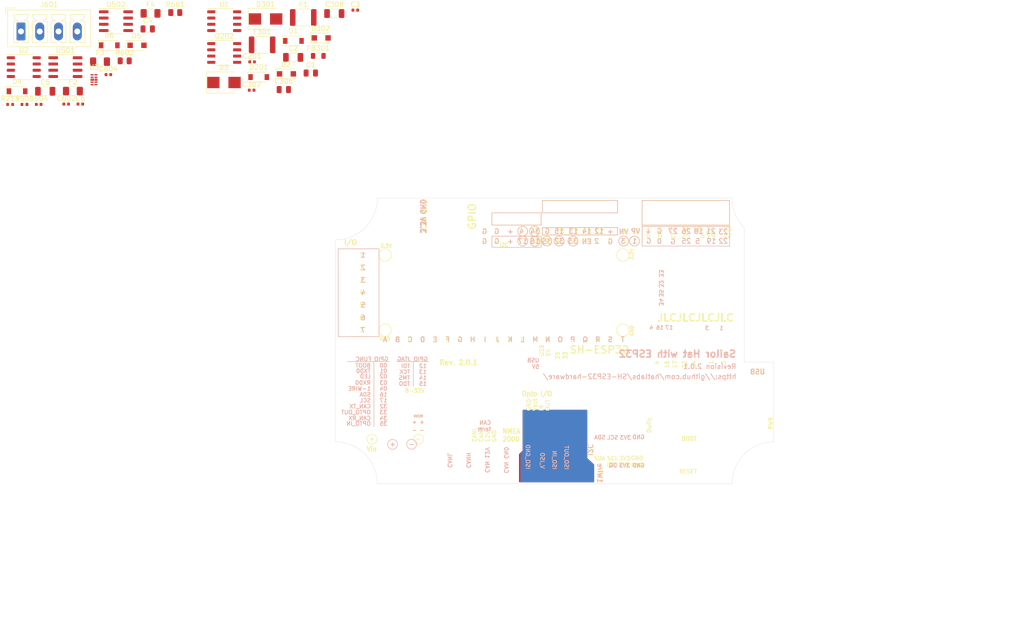
<source format=kicad_pcb>
(kicad_pcb (version 20211014) (generator pcbnew)
  (title_block (title "Sailor Hat with ESP32") (date "2021-02-18") (rev "0.3.1") (company "Hat Labs Ltd") (comment 1 "https://creativecommons.org/licenses/by-sa/4.0") (comment 2 "To view a copy of this license, visit ") (comment 3 "SH-ESP32 is licensed under CC BY-SA 4.0."))
  (layers (0 "F.Cu" signal) (1 "In1.Cu" power) (2 "In2.Cu" power) (31 "B.Cu" signal) (34 "B.Paste" user) (35 "F.Paste" user) (36 "B.SilkS" user "B.Silkscreen") (37 "F.SilkS" user "F.Silkscreen") (38 "B.Mask" user) (39 "F.Mask" user) (44 "Edge.Cuts" user))
  (net 0 "")
  (net 1 "GND")
  (net 2 "/+5V")
  (net 3 "/+3.3V")
  (net 4 "/canbus/CAN_VIN_PROTECTED")
  (net 5 "/canbus/CAN_3V3")
  (net 6 "/power/VIN_PROTECTED")
  (net 7 "Net-(D1-Pad1)")
  (net 8 "Net-(U1-Pad2)")
  (net 9 "Net-(D3-Pad1)")
  (net 10 "Net-(D4-Pad1)")
  (net 11 "/canbus/CAN_VIN")
  (net 12 "Net-(D5-Pad1)")
  (net 13 "Net-(JP2-Pad1)")
  (net 14 "/power/SW")
  (net 15 "Net-(F2-Pad1)")
  (net 16 "Net-(F3-Pad1)")
  (net 17 "/canbus/CAN_H")
  (net 18 "Net-(F4-Pad1)")
  (net 19 "/canbus/CAN_L")
  (net 20 "/VIN")
  (net 23 "/canbus/CAN_L_PROTECTED")
  (net 24 "/canbus/CAN_H_PROTECTED")
  (net 25 "/canbus/D")
  (net 26 "Net-(F301-Pad1)")
  (net 27 "/canbus/R")
  (net 28 "/CAN_RX")
  (net 29 "/CAN_TX")
  (net 30 "Net-(JP601-Pad1)")
  (net 31 "Net-(R503-Pad1)")
  (footprint "Diode_SMD:D_SOD-123" (layer "F.Cu") (at 24.37 35.33)
    (fp_text reference "D4" (at 0 -2) (layer "F.SilkS"))
    (fp_text value "B5819W")
    (pad "1" smd rect (at -1.65 0) (size 0.9 1.2) (layers "F.Cu" "F.Paste" "F.Mask") (net 10 "Net-(D4-Pad1)"))
    (pad "2" smd rect (at 1.65 0) (size 0.9 1.2) (layers "F.Cu" "F.Paste" "F.Mask") (net 11 "/canbus/CAN_VIN"))
  )
  (footprint "Inductor_SMD:L_0805_2012Metric" (layer "F.Cu") (at 85.51 28.15)
    (fp_text reference "FB301" (at 0 -1.55) (layer "F.SilkS"))
    (fp_text value "GZ2012D601TF")
    (pad "1" smd roundrect (at -1.0625 0) (size 0.875 1.2) (layers "F.Cu" "F.Paste" "F.Mask") (net 6 "/power/VIN_PROTECTED"))
    (pad "2" smd roundrect (at 1.0625 0) (size 0.875 1.2) (layers "F.Cu" "F.Paste" "F.Mask") (net 7 "Net-(D1-Pad1)"))
  )
  (footprint "Diode_SMD:D_SOD-123" (layer "F.Cu") (at 73.41 32.45)
    (fp_text reference "D201" (at 0 -2) (layer "F.SilkS"))
    (fp_text value "B5819W")
    (pad "1" smd rect (at -1.65 0) (size 0.9 1.2) (layers "F.Cu" "F.Paste" "F.Mask") (net 2 "/+5V"))
    (pad "2" smd rect (at 1.65 0) (size 0.9 1.2) (layers "F.Cu" "F.Paste" "F.Mask") (net 9 "Net-(D3-Pad1)"))
  )
  (footprint "Fuse:Fuse_1206_3216Metric" (layer "F.Cu") (at 41.2 29.32)
    (fp_text reference "F3" (at 0 -1.82) (layer "F.SilkS"))
    (fp_text value "ASMD1206-050")
    (pad "1" smd roundrect (at -1.4 0) (size 1.25 1.75) (layers "F.Cu" "F.Paste" "F.Mask") (roundrect_rratio 0.2) (net 16 "Net-(F3-Pad1)"))
    (pad "2" smd roundrect (at 1.4 0) (size 1.25 1.75) (layers "F.Cu" "F.Paste" "F.Mask") (roundrect_rratio 0.2) (net 17 "/canbus/CAN_H"))
  )
  (footprint "Package_SO:SOIC-8_3.9x4.9mm_P1.27mm" (layer "F.Cu") (at 44.43 21.1)
    (fp_text reference "U502" (at 0 -3.4) (layer "F.SilkS"))
    (fp_text value "ADuM1201AR")
    (pad "1" smd roundrect (at -2.475 -1.905) (size 1.95 0.6) (layers "F.Cu" "F.Paste" "F.Mask") (net 5 "/canbus/CAN_3V3"))
    (pad "2" smd roundrect (at -2.475 -0.635) (size 1.95 0.6) (layers "F.Cu" "F.Paste" "F.Mask") (net 25 "/canbus/D"))
    (pad "3" smd roundrect (at -2.475 0.635) (size 1.95 0.6) (layers "F.Cu" "F.Paste" "F.Mask") (net 27 "/canbus/R"))
    (pad "4" smd roundrect (at -2.475 1.905) (size 1.95 0.6) (layers "F.Cu" "F.Paste" "F.Mask") (net 1 "GND"))
    (pad "5" smd roundrect (at 2.475 1.905) (size 1.95 0.6) (layers "F.Cu" "F.Paste" "F.Mask") (net 1 "GND"))
    (pad "6" smd roundrect (at 2.475 0.635) (size 1.95 0.6) (layers "F.Cu" "F.Paste" "F.Mask") (net 28 "/CAN_RX"))
    (pad "7" smd roundrect (at 2.475 -0.635) (size 1.95 0.6) (layers "F.Cu" "F.Paste" "F.Mask") (net 29 "/CAN_TX"))
    (pad "8" smd roundrect (at 2.475 -1.905) (size 1.95 0.6) (layers "F.Cu" "F.Paste" "F.Mask") (net 3 "/+3.3V"))
  )
  (footprint "Fuse:Fuse_1812_4532Metric" (layer "F.Cu") (at 82.46 20.35)
    (fp_text reference "F1" (at 0 -2.65) (layer "F.SilkS"))
    (fp_text value "mSMD050-60V")
    (pad "1" smd roundrect (at -2.1375 0) (size 1.125 3.4) (layers "F.Cu" "F.Paste" "F.Mask") (roundrect_rratio 0.222222) (net 9 "Net-(D3-Pad1)"))
    (pad "2" smd roundrect (at 2.1375 0) (size 1.125 3.4) (layers "F.Cu" "F.Paste" "F.Mask") (roundrect_rratio 0.222222) (net 2 "/+5V"))
  )
  (footprint "Capacitor_SMD:C_1206_3216Metric" (layer "F.Cu") (at 80.41 28.45)
    (fp_text reference "C2" (at 0 -1.85) (layer "F.SilkS"))
    (fp_text value "4.7uF/50V")
    (pad "1" smd roundrect (at -1.475 0) (size 1.15 1.8) (layers "F.Cu" "F.Paste" "F.Mask") (roundrect_rratio 0.217391) (net 2 "/+5V"))
    (pad "2" smd roundrect (at 1.475 0) (size 1.15 1.8) (layers "F.Cu" "F.Paste" "F.Mask") (roundrect_rratio 0.217391) (net 1 "GND"))
  )
  (footprint "Resistor_SMD:R_0402_1005Metric" (layer "F.Cu") (at 22.95 38)
    (fp_text reference "R213" (at 0 -1.17) (layer "F.SilkS"))
    (fp_text value "10k")
    (pad "1" smd roundrect (at -0.51 0) (size 0.54 0.64) (layers "F.Cu" "F.Paste" "F.Mask") (net 3 "/+3.3V"))
    (pad "2" smd roundrect (at 0.51 0) (size 0.54 0.64) (layers "F.Cu" "F.Paste" "F.Mask") (net 29 "/CAN_TX"))
  )
  (footprint "Package_DFN_QFN:Diodes_UDFN-10_1.0x2.5mm_P0.5mm" (layer "F.Cu") (at 39.98 32.99)
    (fp_text reference "U3" (at 0 -2.54) (layer "F.SilkS"))
    (fp_text value "RCLAMP0524P-N")
    (pad "1" smd rect (at -0.3875 -1 270) (size 0.25 0.625) (layers "F.Cu" "F.Paste" "F.Mask") (net 15 "Net-(F2-Pad1)"))
    (pad "2" smd rect (at -0.3875 -0.5 270) (size 0.25 0.625) (layers "F.Cu" "F.Paste" "F.Mask") (net 16 "Net-(F3-Pad1)"))
    (pad "3" smd rect (at -0.35 0 270) (size 0.45 0.7) (layers "F.Cu" "F.Paste" "F.Mask") (net 1 "GND"))
    (pad "4" smd rect (at -0.3875 0.5 270) (size 0.25 0.625) (layers "F.Cu" "F.Paste" "F.Mask") (net 18 "Net-(F4-Pad1)"))
    (pad "5" smd rect (at -0.3875 1 270) (size 0.25 0.625) (layers "F.Cu" "F.Paste" "F.Mask"))
    (pad "6" smd rect (at 0.3875 1 270) (size 0.25 0.625) (layers "F.Cu" "F.Paste" "F.Mask"))
    (pad "7" smd rect (at 0.3875 0.5 270) (size 0.25 0.625) (layers "F.Cu" "F.Paste" "F.Mask") (net 23 "/canbus/CAN_L_PROTECTED"))
    (pad "8" smd rect (at 0.4125 0 270) (size 0.45 0.575) (layers "F.Cu" "F.Paste" "F.Mask") (net 1 "GND"))
    (pad "9" smd rect (at 0.3875 -0.5 270) (size 0.25 0.625) (layers "F.Cu" "F.Paste" "F.Mask") (net 24 "/canbus/CAN_H_PROTECTED"))
    (pad "10" smd rect (at 0.3875 -1 270) (size 0.25 0.625) (layers "F.Cu" "F.Paste" "F.Mask") (net 4 "/canbus/CAN_VIN_PROTECTED"))
  )
  (footprint "Package_SO:SOP-8_3.9x4.9mm_P1.27mm" (layer "F.Cu") (at 25.72 30.43)
    (fp_text reference "U2" (at 0 -3.4) (layer "F.SilkS"))
    (fp_text value "XL1509-3.3")
    (pad "1" smd roundrect (at -2.625 -1.905) (size 1.65 0.6) (layers "F.Cu" "F.Paste" "F.Mask") (net 4 "/canbus/CAN_VIN_PROTECTED"))
    (pad "2" smd roundrect (at -2.625 -0.635) (size 1.65 0.6) (layers "F.Cu" "F.Paste" "F.Mask") (net 12 "Net-(D5-Pad1)"))
    (pad "3" smd roundrect (at -2.625 0.635) (size 1.65 0.6) (layers "F.Cu" "F.Paste" "F.Mask") (net 5 "/canbus/CAN_3V3"))
    (pad "4" smd roundrect (at -2.625 1.905) (size 1.65 0.6) (layers "F.Cu" "F.Paste" "F.Mask") (net 1 "GND"))
    (pad "5" smd roundrect (at 2.625 1.905) (size 1.65 0.6) (layers "F.Cu" "F.Paste" "F.Mask") (net 1 "GND"))
    (pad "6" smd roundrect (at 2.625 0.635) (size 1.65 0.6) (layers "F.Cu" "F.Paste" "F.Mask") (net 1 "GND"))
    (pad "7" smd roundrect (at 2.625 -0.635) (size 1.65 0.6) (layers "F.Cu" "F.Paste" "F.Mask") (net 1 "GND"))
    (pad "8" smd roundrect (at 2.625 -1.905) (size 1.65 0.6) (layers "F.Cu" "F.Paste" "F.Mask") (net 1 "GND"))
  )
  (footprint "Diode_SMD:D_SOD-123" (layer "F.Cu") (at 80.46 25.1)
    (fp_text reference "D1" (at 0 -2) (layer "F.SilkS"))
    (fp_text value "B5819W")
    (pad "1" smd rect (at -1.65 0) (size 0.9 1.2) (layers "F.Cu" "F.Paste" "F.Mask") (net 7 "Net-(D1-Pad1)"))
    (pad "2" smd rect (at 1.65 0) (size 0.9 1.2) (layers "F.Cu" "F.Paste" "F.Mask") (net 26 "Net-(F301-Pad1)"))
  )
  (footprint "Capacitor_SMD:C_0805_2012Metric" (layer "F.Cu") (at 78.51 34.98)
    (fp_text reference "C306" (at 0 -1.68) (layer "F.SilkS"))
    (fp_text value "470uF/50V")
    (pad "1" smd roundrect (at -0.95 0) (size 1 1.45) (layers "F.Cu" "F.Paste" "F.Mask") (net 1 "GND"))
    (pad "2" smd roundrect (at 0.95 0) (size 1 1.45) (layers "F.Cu" "F.Paste" "F.Mask") (net 6 "/power/VIN_PROTECTED"))
  )
  (footprint "Diode_SMD:D_SMB" (layer "F.Cu") (at 74.81 20.65)
    (fp_text reference "D301" (at 0 -3) (layer "F.SilkS"))
    (fp_text value "SMBJ33CA")
    (pad "1" smd rect (at -2.15 0) (size 2.5 2.3) (layers "F.Cu" "F.Paste" "F.Mask") (net 26 "Net-(F301-Pad1)"))
    (pad "2" smd rect (at 2.15 0) (size 2.5 2.3) (layers "F.Cu" "F.Paste" "F.Mask") (net 1 "GND"))
  )
  (footprint "Capacitor_SMD:C_0402_1005Metric" (layer "F.Cu") (at 42.89 31.95)
    (fp_text reference "C604" (at 0 -1.16) (layer "F.SilkS"))
    (fp_text value "100nF")
    (pad "1" smd roundrect (at -0.48 0) (size 0.56 0.62) (layers "F.Cu" "F.Paste" "F.Mask") (net 3 "/+3.3V"))
    (pad "2" smd roundrect (at 0.48 0) (size 0.56 0.62) (layers "F.Cu" "F.Paste" "F.Mask") (net 1 "GND"))
  )
  (footprint "Capacitor_SMD:C_0402_1005Metric" (layer "F.Cu") (at 34.33 37.93)
    (fp_text reference "C602" (at 0 -1.16) (layer "F.SilkS"))
    (fp_text value "100nF")
    (pad "1" smd roundrect (at -0.48 0) (size 0.56 0.62) (layers "F.Cu" "F.Paste" "F.Mask") (net 5 "/canbus/CAN_3V3"))
    (pad "2" smd roundrect (at 0.48 0) (size 0.56 0.62) (layers "F.Cu" "F.Paste" "F.Mask") (net 1 "GND"))
  )
  (footprint "Capacitor_SMD:C_0402_1005Metric" (layer "F.Cu") (at 93.02 18.86)
    (fp_text reference "C3" (at 0 -1.16) (layer "F.SilkS"))
    (fp_text value "330uF")
    (pad "1" smd roundrect (at -0.48 0) (size 0.56 0.62) (layers "F.Cu" "F.Paste" "F.Mask") (net 3 "/+3.3V"))
    (pad "2" smd roundrect (at 0.48 0) (size 0.56 0.62) (layers "F.Cu" "F.Paste" "F.Mask") (net 1 "GND"))
  )
  (footprint "Resistor_SMD:R_0805_2012Metric" (layer "F.Cu") (at 56.47 19.35)
    (fp_text reference "R601" (at 0 -1.65) (layer "F.SilkS"))
    (fp_text value "240R")
    (pad "1" smd roundrect (at -0.9125 0) (size 1.025 1.4) (layers "F.Cu" "F.Paste" "F.Mask") (roundrect_rratio 0.243902) (net 30 "Net-(JP601-Pad1)"))
    (pad "2" smd roundrect (at 0.9125 0) (size 1.025 1.4) (layers "F.Cu" "F.Paste" "F.Mask") (roundrect_rratio 0.243902) (net 19 "/canbus/CAN_L"))
  )
  (footprint "Capacitor_SMD:C_0402_1005Metric" (layer "F.Cu") (at 72.07 29.36)
    (fp_text reference "C201" (at 0 -1.16) (layer "F.SilkS"))
    (fp_text value "180uF")
    (pad "1" smd roundrect (at -0.48 0) (size 0.56 0.62) (layers "F.Cu" "F.Paste" "F.Mask") (net 2 "/+5V"))
    (pad "2" smd roundrect (at 0.48 0) (size 0.56 0.62) (layers "F.Cu" "F.Paste" "F.Mask") (net 1 "GND"))
  )
  (footprint "Capacitor_SMD:C_0402_1005Metric" (layer "F.Cu") (at 28.75 37.99)
    (fp_text reference "C504" (at 0 -1.16) (layer "F.SilkS"))
    (fp_text value "100nF")
    (pad "1" smd roundrect (at -0.48 0) (size 0.56 0.62) (layers "F.Cu" "F.Paste" "F.Mask") (net 5 "/canbus/CAN_3V3"))
    (pad "2" smd roundrect (at 0.48 0) (size 0.56 0.62) (layers "F.Cu" "F.Paste" "F.Mask") (net 1 "GND"))
  )
  (footprint "Capacitor_SMD:C_0805_2012Metric" (layer "F.Cu") (at 50.88 22.67)
    (fp_text reference "C4" (at 0 -1.68) (layer "F.SilkS"))
    (fp_text value "470uF/50V")
    (pad "1" smd roundrect (at -0.95 0) (size 1 1.45) (layers "F.Cu" "F.Paste" "F.Mask") (net 1 "GND"))
    (pad "2" smd roundrect (at 0.95 0) (size 1 1.45) (layers "F.Cu" "F.Paste" "F.Mask") (net 4 "/canbus/CAN_VIN_PROTECTED"))
  )
  (footprint "Capacitor_SMD:C_1206_3216Metric" (layer "F.Cu") (at 30.07 35.33)
    (fp_text reference "C5" (at 0 -1.85) (layer "F.SilkS"))
    (fp_text value "4.7uF/50V")
    (pad "1" smd roundrect (at -1.475 0) (size 1.15 1.8) (layers "F.Cu" "F.Paste" "F.Mask") (roundrect_rratio 0.217391) (net 4 "/canbus/CAN_VIN_PROTECTED"))
    (pad "2" smd roundrect (at 1.475 0) (size 1.15 1.8) (layers "F.Cu" "F.Paste" "F.Mask") (roundrect_rratio 0.217391) (net 1 "GND"))
  )
  (footprint "Capacitor_SMD:C_0402_1005Metric" (layer "F.Cu") (at 37.2 37.93)
    (fp_text reference "C6" (at 0 -1.16) (layer "F.SilkS"))
    (fp_text value "330uF")
    (pad "1" smd roundrect (at -0.48 0) (size 0.56 0.62) (layers "F.Cu" "F.Paste" "F.Mask") (net 5 "/canbus/CAN_3V3"))
    (pad "2" smd roundrect (at 0.48 0) (size 0.56 0.62) (layers "F.Cu" "F.Paste" "F.Mask") (net 1 "GND"))
  )
  (footprint "Fuse:Fuse_1812_4532Metric" (layer "F.Cu") (at 74.11 25.9)
    (fp_text reference "F301" (at 0 -2.65) (layer "F.SilkS"))
    (fp_text value "mSMD050-60V")
    (pad "1" smd roundrect (at -2.1375 0) (size 1.125 3.4) (layers "F.Cu" "F.Paste" "F.Mask") (roundrect_rratio 0.222222) (net 26 "Net-(F301-Pad1)"))
    (pad "2" smd roundrect (at 2.1375 0) (size 1.125 3.4) (layers "F.Cu" "F.Paste" "F.Mask") (roundrect_rratio 0.222222) (net 20 "/VIN"))
  )
  (footprint "Fuse:Fuse_1206_3216Metric" (layer "F.Cu") (at 35.7 35.3)
    (fp_text reference "F2" (at 0 -1.82) (layer "F.SilkS"))
    (fp_text value "ASMD1206-050")
    (pad "1" smd roundrect (at -1.4 0) (size 1.25 1.75) (layers "F.Cu" "F.Paste" "F.Mask") (roundrect_rratio 0.2) (net 15 "Net-(F2-Pad1)"))
    (pad "2" smd roundrect (at 1.4 0) (size 1.25 1.75) (layers "F.Cu" "F.Paste" "F.Mask") (roundrect_rratio 0.2) (net 10 "Net-(D4-Pad1)"))
  )
  (footprint "Package_SO:SOIC-8_3.9x4.9mm_P1.27mm" (layer "F.Cu") (at 34.17 30.43)
    (fp_text reference "U501" (at 0 -3.4) (layer "F.SilkS"))
    (fp_text value "SN65HVD230DR")
    (pad "1" smd roundrect (at -2.475 -1.905) (size 1.95 0.6) (layers "F.Cu" "F.Paste" "F.Mask") (net 25 "/canbus/D"))
    (pad "2" smd roundrect (at -2.475 -0.635) (size 1.95 0.6) (layers "F.Cu" "F.Paste" "F.Mask") (net 1 "GND"))
    (pad "3" smd roundrect (at -2.475 0.635) (size 1.95 0.6) (layers "F.Cu" "F.Paste" "F.Mask") (net 5 "/canbus/CAN_3V3"))
    (pad "4" smd roundrect (at -2.475 1.905) (size 1.95 0.6) (layers "F.Cu" "F.Paste" "F.Mask") (net 27 "/canbus/R"))
    (pad "5" smd roundrect (at 2.475 1.905) (size 1.95 0.6) (layers "F.Cu" "F.Paste" "F.Mask"))
    (pad "6" smd roundrect (at 2.475 0.635) (size 1.95 0.6) (layers "F.Cu" "F.Paste" "F.Mask") (net 23 "/canbus/CAN_L_PROTECTED"))
    (pad "7" smd roundrect (at 2.475 -0.635) (size 1.95 0.6) (layers "F.Cu" "F.Paste" "F.Mask") (net 24 "/canbus/CAN_H_PROTECTED"))
    (pad "8" smd roundrect (at 2.475 -1.905) (size 1.95 0.6) (layers "F.Cu" "F.Paste" "F.Mask") (net 31 "Net-(R503-Pad1)"))
  )
  (footprint "Diode_SMD:D_SOD-123" (layer "F.Cu") (at 43.08 26)
    (fp_text reference "D6" (at 0 -2) (layer "F.SilkS"))
    (fp_text value "B5819W")
    (pad "1" smd rect (at -1.65 0) (size 0.9 1.2) (layers "F.Cu" "F.Paste" "F.Mask") (net 13 "Net-(JP2-Pad1)"))
    (pad "2" smd rect (at 1.65 0) (size 0.9 1.2) (layers "F.Cu" "F.Paste" "F.Mask") (net 4 "/canbus/CAN_VIN_PROTECTED"))
  )
  (footprint "Diode_SMD:D_SOD-123F" (layer "F.Cu") (at 86.095 24.5)
    (fp_text reference "D302" (at -0.127 -1.905) (layer "F.SilkS"))
    (fp_text value "SS24FL")
    (pad "1" smd rect (at -1.4 0) (size 1.1 1.1) (layers "F.Cu" "F.Paste" "F.Mask") (net 14 "/power/SW"))
    (pad "2" smd rect (at 1.4 0) (size 1.1 1.1) (layers "F.Cu" "F.Paste" "F.Mask") (net 1 "GND"))
  )
  (footprint "Capacitor_SMD:C_1206_3216Metric" (layer "F.Cu") (at 88.76 19.55)
    (fp_text reference "C308" (at 0 -1.85) (layer "F.SilkS"))
    (fp_text value "4.7uF/50V")
    (pad "1" smd roundrect (at -1.475 0) (size 1.15 1.8) (layers "F.Cu" "F.Paste" "F.Mask") (roundrect_rratio 0.217391) (net 6 "/power/VIN_PROTECTED"))
    (pad "2" smd roundrect (at 1.475 0) (size 1.15 1.8) (layers "F.Cu" "F.Paste" "F.Mask") (roundrect_rratio 0.217391) (net 1 "GND"))
  )
  (footprint "Diode_SMD:D_SOD-123F" (layer "F.Cu") (at 48.715 26)
    (fp_text reference "D5" (at -0.127 -1.905) (layer "F.SilkS"))
    (fp_text value "SS24FL")
    (pad "1" smd rect (at -1.4 0) (size 1.1 1.1) (layers "F.Cu" "F.Paste" "F.Mask") (net 12 "Net-(D5-Pad1)"))
    (pad "2" smd rect (at 1.4 0) (size 1.1 1.1) (layers "F.Cu" "F.Paste" "F.Mask") (net 1 "GND"))
  )
  (footprint "Resistor_SMD:R_0402_1005Metric" (layer "F.Cu") (at 25.86 38)
    (fp_text reference "R503" (at 0 -1.17) (layer "F.SilkS"))
    (fp_text value "10k")
    (pad "1" smd roundrect (at -0.51 0) (size 0.54 0.64) (layers "F.Cu" "F.Paste" "F.Mask") (net 31 "Net-(R503-Pad1)"))
    (pad "2" smd roundrect (at 0.51 0) (size 0.54 0.64) (layers "F.Cu" "F.Paste" "F.Mask") (net 1 "GND"))
  )
  (footprint "Fuse:Fuse_1206_3216Metric" (layer "F.Cu") (at 51.46 19.52)
    (fp_text reference "F4" (at 0 -1.82) (layer "F.SilkS"))
    (fp_text value "ASMD1206-050")
    (pad "1" smd roundrect (at -1.4 0) (size 1.25 1.75) (layers "F.Cu" "F.Paste" "F.Mask") (roundrect_rratio 0.2) (net 18 "Net-(F4-Pad1)"))
    (pad "2" smd roundrect (at 1.4 0) (size 1.25 1.75) (layers "F.Cu" "F.Paste" "F.Mask") (roundrect_rratio 0.2) (net 19 "/canbus/CAN_L"))
  )
  (footprint "Resistor_SMD:R_0805_2012Metric" (layer "F.Cu") (at 46.21 29.15)
    (fp_text reference "R602" (at 0 -1.65) (layer "F.SilkS"))
    (fp_text value "240R")
    (pad "1" smd roundrect (at -0.9125 0) (size 1.025 1.4) (layers "F.Cu" "F.Paste" "F.Mask") (roundrect_rratio 0.243902) (net 30 "Net-(JP601-Pad1)"))
    (pad "2" smd roundrect (at 0.9125 0) (size 1.025 1.4) (layers "F.Cu" "F.Paste" "F.Mask") (roundrect_rratio 0.243902) (net 19 "/canbus/CAN_L"))
  )
  (footprint "Diode_SMD:D_SOD-123F" (layer "F.Cu") (at 79.045 31.8)
    (fp_text reference "D2" (at -0.127 -1.905) (layer "F.SilkS"))
    (fp_text value "SS24FL")
    (pad "1" smd rect (at -1.4 0) (size 1.1 1.1) (layers "F.Cu" "F.Paste" "F.Mask") (net 8 "Net-(U1-Pad2)"))
    (pad "2" smd rect (at 1.4 0) (size 1.1 1.1) (layers "F.Cu" "F.Paste" "F.Mask") (net 1 "GND"))
  )
  (footprint "Connector_Phoenix_MC:PhoenixContact_MCV_1,5_4-G-3.81_1x04_P3.81mm_Vertical" (layer "F.Cu") (at 25.155 23.185)
    (fp_text reference "J601" (at 5.72 -5.45) (layer "F.SilkS"))
    (fp_text value "Conn_01x04")
    (pad "1" thru_hole roundrect (at 0 0) (size 1.8 3.6) (drill 1.2) (layers *.Cu *.Mask) (roundrect_rratio 0.138889) (net 1 "GND"))
    (pad "2" thru_hole oval (at 3.81 0) (size 1.8 3.6) (drill 1.2) (layers *.Cu *.Mask) (net 11 "/canbus/CAN_VIN"))
    (pad "3" thru_hole oval (at 7.62 0) (size 1.8 3.6) (drill 1.2) (layers *.Cu *.Mask) (net 17 "/canbus/CAN_H"))
    (pad "4" thru_hole oval (at 11.43 0) (size 1.8 3.6) (drill 1.2) (layers *.Cu *.Mask) (net 19 "/canbus/CAN_L"))
  )
  (footprint "Package_SO:SOP-8_3.9x4.9mm_P1.27mm" (layer "F.Cu") (at 66.41 27.55)
    (fp_text reference "U202" (at 0 -3.4) (layer "F.SilkS"))
    (fp_text value "XL1509-5")
    (pad "1" smd roundrect (at -2.625 -1.905) (size 1.65 0.6) (layers "F.Cu" "F.Paste" "F.Mask") (net 6 "/power/VIN_PROTECTED"))
    (pad "2" smd roundrect (at -2.625 -0.635) (size 1.65 0.6) (layers "F.Cu" "F.Paste" "F.Mask") (net 14 "/power/SW"))
    (pad "3" smd roundrect (at -2.625 0.635) (size 1.65 0.6) (layers "F.Cu" "F.Paste" "F.Mask") (net 2 "/+5V"))
    (pad "4" smd roundrect (at -2.625 1.905) (size 1.65 0.6) (layers "F.Cu" "F.Paste" "F.Mask") (net 1 "GND"))
    (pad "5" smd roundrect (at 2.625 1.905) (size 1.65 0.6) (layers "F.Cu" "F.Paste" "F.Mask") (net 1 "GND"))
    (pad "6" smd roundrect (at 2.625 0.635) (size 1.65 0.6) (layers "F.Cu" "F.Paste" "F.Mask") (net 1 "GND"))
    (pad "7" smd roundrect (at 2.625 -0.635) (size 1.65 0.6) (layers "F.Cu" "F.Paste" "F.Mask") (net 1 "GND"))
    (pad "8" smd roundrect (at 2.625 -1.905) (size 1.65 0.6) (layers "F.Cu" "F.Paste" "F.Mask") (net 1 "GND"))
  )
  (footprint "Diode_SMD:D_SMB" (layer "F.Cu") (at 66.36 33.55)
    (fp_text reference "D3" (at 0 -3) (layer "F.SilkS"))
    (fp_text value "SMBJ6.0CA")
    (pad "1" smd rect (at -2.15 0) (size 2.5 2.3) (layers "F.Cu" "F.Paste" "F.Mask") (net 9 "Net-(D3-Pad1)"))
    (pad "2" smd rect (at 2.15 0) (size 2.5 2.3) (layers "F.Cu" "F.Paste" "F.Mask") (net 1 "GND"))
  )
  (footprint "Capacitor_SMD:C_0805_2012Metric" (layer "F.Cu") (at 83.99 31.63)
    (fp_text reference "C1" (at 0 -1.68) (layer "F.SilkS"))
    (fp_text value "470uF/50V")
    (pad "1" smd roundrect (at -0.95 0) (size 1 1.45) (layers "F.Cu" "F.Paste" "F.Mask") (net 1 "GND"))
    (pad "2" smd roundrect (at 0.95 0) (size 1 1.45) (layers "F.Cu" "F.Paste" "F.Mask") (net 2 "/+5V"))
  )
  (footprint "Capacitor_SMD:C_0402_1005Metric" (layer "F.Cu") (at 71.97 35.11)
    (fp_text reference "C302" (at 0 -1.16) (layer "F.SilkS"))
    (fp_text value "10nF/50V")
    (pad "1" smd roundrect (at -0.48 0) (size 0.56 0.62) (layers "F.Cu" "F.Paste" "F.Mask") (net 6 "/power/VIN_PROTECTED"))
    (pad "2" smd roundrect (at 0.48 0) (size 0.56 0.62) (layers "F.Cu" "F.Paste" "F.Mask") (net 1 "GND"))
  )
  (footprint "Package_SO:SOP-8_3.9x4.9mm_P1.27mm" (layer "F.Cu") (at 66.41 21.1)
    (fp_text reference "U1" (at 0 -3.4) (layer "F.SilkS"))
    (fp_text value "XL1509-3.3")
    (pad "1" smd roundrect (at -2.625 -1.905) (size 1.65 0.6) (layers "F.Cu" "F.Paste" "F.Mask") (net 2 "/+5V"))
    (pad "2" smd roundrect (at -2.625 -0.635) (size 1.65 0.6) (layers "F.Cu" "F.Paste" "F.Mask") (net 8 "Net-(U1-Pad2)"))
    (pad "3" smd roundrect (at -2.625 0.635) (size 1.65 0.6) (layers "F.Cu" "F.Paste" "F.Mask") (net 3 "/+3.3V"))
    (pad "4" smd roundrect (at -2.625 1.905) (size 1.65 0.6) (layers "F.Cu" "F.Paste" "F.Mask") (net 1 "GND"))
    (pad "5" smd roundrect (at 2.625 1.905) (size 1.65 0.6) (layers "F.Cu" "F.Paste" "F.Mask") (net 1 "GND"))
    (pad "6" smd roundrect (at 2.625 0.635) (size 1.65 0.6) (layers "F.Cu" "F.Paste" "F.Mask") (net 1 "GND"))
    (pad "7" smd roundrect (at 2.625 -0.635) (size 1.65 0.6) (layers "F.Cu" "F.Paste" "F.Mask") (net 1 "GND"))
    (pad "8" smd roundrect (at 2.625 -1.905) (size 1.65 0.6) (layers "F.Cu" "F.Paste" "F.Mask") (net 1 "GND"))
  )
  (gr_circle (center 134.4 65.75) (end 135.4 65.75) (layer "B.SilkS") (width 0.12) (fill none))
  (gr_circle (center 137.2 65.75) (end 138.2 65.75) (layer "B.SilkS") (width 0.12) (fill none))
  (gr_circle (center 149.7 65.75) (end 150.7 65.75) (layer "B.SilkS") (width 0.12) (fill none))
  (gr_circle (center 147.5 65.75) (end 148.5 65.75) (layer "B.SilkS") (width 0.12) (fill none))
  (gr_circle (center 131.9 65.75) (end 132.9 65.75) (layer "B.SilkS") (width 0.12) (fill none))
  (gr_circle (center 100.58 107.01) (end 101.58 107.01) (layer "B.SilkS") (width 0.12) (fill none))
  (gr_circle (center 104.45 106.98) (end 105.45 106.98) (layer "B.SilkS") (width 0.12) (fill none))
  (gr_circle (center 129.5 65.85) (end 130.5 65.85) (layer "B.SilkS") (width 0.12) (fill none))
  (gr_circle (center 129.4 63.75) (end 130.4 63.75) (layer "B.SilkS") (width 0.12) (fill none))
  (gr_circle (center 127 63.75) (end 128 63.75) (layer "B.SilkS") (width 0.12) (fill none))
  (gr_circle (center 127 65.75) (end 128 65.75) (layer "B.SilkS") (width 0.12) (fill none))
  (gr_line (start 131 63) (end 131 64.5) (layer "B.SilkS") (width 0.12))
  (gr_line (start 169 62.75) (end 151.25 62.75) (layer "B.SilkS") (width 0.12))
  (gr_line (start 120.75 67) (end 120.75 64.75) (layer "B.SilkS") (width 0.12))
  (gr_line (start 130.75 60) (end 120.75 60) (layer "B.SilkS") (width 0.12))
  (gr_line (start 131 57.5) (end 131 60) (layer "B.SilkS") (width 0.12))
  (gr_line (start 169 62.5) (end 151.25 62.5) (layer "B.SilkS") (width 0.12))
  (gr_line (start 101.4 90.2) (end 107.9 90.2) (layer "B.SilkS") (width 0.12))
  (gr_line (start 104.8 90.2) (end 104.8 95.2) (layer "B.SilkS") (width 0.12))
  (gr_line (start 151.25 62.75) (end 151.25 66.75) (layer "B.SilkS") (width 0.12))
  (gr_line (start 151.25 62.5) (end 151.25 57.5) (layer "B.SilkS") (width 0.12))
  (gr_line (start 97.8408 67.31) (end 97.8408 85.1408) (layer "B.SilkS") (width 0.12))
  (gr_line (start 151.25 66.75) (end 169 66.75) (layer "B.SilkS") (width 0.12))
  (gr_line (start 96.8 90.2) (end 96.8 103.4) (layer "B.SilkS") (width 0.12))
  (gr_line (start 131 64.5) (end 146.25 64.5) (layer "B.SilkS") (width 0.12))
  (gr_line (start 146.25 64.5) (end 146.25 63) (layer "B.SilkS") (width 0.12))
  (gr_line (start 146.25 57.5) (end 131 57.5) (layer "B.SilkS") (width 0.12))
  (gr_line (start 130.75 62.5) (end 130.75 60) (layer "B.SilkS") (width 0.12))
  (gr_line (start 131 60) (end 146.25 60) (layer "B.SilkS") (width 0.12))
  (gr_line (start 169 66.75) (end 169 62.75) (layer "B.SilkS") (width 0.12))
  (gr_line (start 120.75 64.75) (end 130.75 64.75) (layer "B.SilkS") (width 0.12))
  (gr_line (start 146.25 60) (end 146.25 57.5) (layer "B.SilkS") (width 0.12))
  (gr_line (start 89.5604 85.1408) (end 89.535 67.31) (layer "B.SilkS") (width 0.12))
  (gr_line (start 146.25 63) (end 131 63) (layer "B.SilkS") (width 0.12))
  (gr_line (start 120.75 60) (end 120.75 62.5) (layer "B.SilkS") (width 0.12))
  (gr_line (start 120.75 62.5) (end 130.75 62.5) (layer "B.SilkS") (width 0.12))
  (gr_line (start 97.8408 85.1408) (end 89.5604 85.1408) (layer "B.SilkS") (width 0.12))
  (gr_line (start 130.75 64.75) (end 130.75 67) (layer "B.SilkS") (width 0.12))
  (gr_line (start 89.5604 67.31) (end 97.8408 67.31) (layer "B.SilkS") (width 0.12))
  (gr_line (start 169 57.5) (end 169 62.5) (layer "B.SilkS") (width 0.12))
  (gr_line (start 130.75 67) (end 120.75 67) (layer "B.SilkS") (width 0.12))
  (gr_line (start 91.4 90.2) (end 99.9 90.2) (layer "B.SilkS") (width 0.12))
  (gr_line (start 151.25 57.5) (end 169 57.5) (layer "B.SilkS") (width 0.12))
  (gr_circle (center 134.4 65.7) (end 135.4 65.7) (layer "F.SilkS") (width 0.12) (fill none))
  (gr_circle (center 131.9 65.7) (end 132.9 65.7) (layer "F.SilkS") (width 0.12) (fill none))
  (gr_circle (center 129.4 63.7) (end 130.4 63.7) (layer "F.SilkS") (width 0.12) (fill none))
  (gr_circle (center 137.2 65.7) (end 138.2 65.7) (layer "F.SilkS") (width 0.12) (fill none))
  (gr_circle (center 129.5 65.7) (end 130.5 65.7) (layer "F.SilkS") (width 0.12) (fill none))
  (gr_circle (center 147.5 65.7) (end 148.5 65.7) (layer "F.SilkS") (width 0.12) (fill none))
  (gr_circle (center 149.7 65.7) (end 150.7 65.7) (layer "F.SilkS") (width 0.12) (fill none))
  (gr_circle (center 127 65.7) (end 128 65.7) (layer "F.SilkS") (width 0.12) (fill none))
  (gr_line (start 120.75 62.5) (end 120.75 60) (layer "F.SilkS") (width 0.12))
  (gr_line (start 146.25 60) (end 131 60) (layer "F.SilkS") (width 0.12))
  (gr_line (start 169 57.5) (end 151.25 57.5) (layer "F.SilkS") (width 0.12))
  (gr_line (start 169 62.75) (end 151.25 62.75) (layer "F.SilkS") (width 0.12))
  (gr_line (start 131 64.5) (end 131 63) (layer "F.SilkS") (width 0.12))
  (gr_line (start 130.75 64.75) (end 120.75 64.75) (layer "F.SilkS") (width 0.12))
  (gr_circle (center 105.835 105.965) (end 105.935 104.965) (layer "F.SilkS") (width 0.12) (fill none))
  (gr_circle (center 147.316778 83.825) (end 148.266778 84.65) (layer "F.SilkS") (width 0.12) (fill none))
  (gr_circle (center 99.058222 83.825) (end 100.008222 84.65) (layer "F.SilkS") (width 0.12) (fill none))
  (gr_circle (center 99.058222 68.583222) (end 100.008222 69.408222) (layer "F.SilkS") (width 0.12) (fill none))
  (gr_circle (center 96.38 105.98) (end 96.48 104.98) (layer "F.SilkS") (width 0.12) (fill none))
  (gr_line (start 130.75 67) (end 130.75 64.75) (layer "F.SilkS") (width 0.12))
  (gr_circle (center 127 63.7) (end 128 63.7) (layer "F.SilkS") (width 0.12) (fill none))
  (gr_line (start 120.75 67) (end 130.75 67) (layer "F.SilkS") (width 0.12))
  (gr_line (start 130.75 62.5) (end 120.75 62.5) (layer "F.SilkS") (width 0.12))
  (gr_line (start 131 57.5) (end 146.25 57.5) (layer "F.SilkS") (width 0.12))
  (gr_line (start 146.25 57.5) (end 146.25 60) (layer "F.SilkS") (width 0.12))
  (gr_line (start 130.75 60) (end 130.75 62.5) (layer "F.SilkS") (width 0.12))
  (gr_line (start 146.25 63) (end 146.25 64.5) (layer "F.SilkS") (width 0.12))
  (gr_line (start 120.75 64.75) (end 120.75 67) (layer "F.SilkS") (width 0.12))
  (gr_line (start 95.19 85.15) (end 92.205 85.15) (layer "F.SilkS") (width 0.12))
  (gr_line (start 131 60) (end 131 57.5) (layer "F.SilkS") (width 0.12))
  (gr_line (start 120.75 60) (end 130.75 60) (layer "F.SilkS") (width 0.12))
  (gr_line (start 151.25 62.5) (end 169 62.5) (layer "F.SilkS") (width 0.12))
  (gr_line (start 131 63) (end 146.25 63) (layer "F.SilkS") (width 0.12))
  (gr_line (start 169 62.5) (end 169 57.5) (layer "F.SilkS") (width 0.12))
  (gr_line (start 95.1992 67.31) (end 92.202 67.31) (layer "F.SilkS") (width 0.12))
  (gr_line (start 151.25 62.75) (end 151.25 66.75) (layer "F.SilkS") (width 0.12))
  (gr_line (start 146.25 64.5) (end 131 64.5) (layer "F.SilkS") (width 0.12))
  (gr_circle (center 147.325 68.575) (end 148.275 69.4) (layer "F.SilkS") (width 0.12) (fill none))
  (gr_line (start 151.25 57.5) (end 151.25 62.5) (layer "F.SilkS") (width 0.12))
  (gr_line (start 89 65.5) (end 89 106.5) (layer "Edge.Cuts") (width 0.05))
  (gr_line (start 169.5 57) (end 97.5 57) (layer "Edge.Cuts") (width 0.05))
  (gr_line (start 169.5 115) (end 97.5 115) (layer "Edge.Cuts") (width 0.05))
  (gr_arc (start 97.5 57) (mid 95.010408 63.010408) (end 89 65.5) (layer "Edge.Cuts") (width 0.05))
  (gr_line (start 178 90.3) (end 178 106.5) (layer "Edge.Cuts") (width 0.05))
  (gr_line (start 172 90.3) (end 172.000092 63.020889) (layer "Edge.Cuts") (width 0.05))
  (gr_arc (start 172.000092 63.020889) (mid 170.149866 60.259661) (end 169.5 57) (layer "Edge.Cuts") (width 0.05))
  (gr_arc (start 169.5 115) (mid 171.989592 108.989592) (end 178 106.5) (layer "Edge.Cuts") (width 0.05))
  (gr_arc (start 89 106.5) (mid 95.010408 108.989592) (end 97.5 115) (layer "Edge.Cuts") (width 0.05))
  (gr_line (start 178 90.3) (end 172 90.3) (layer "Edge.Cuts") (width 0.05))
  (gr_text "33\n" (at 155.1 73.2 270) (layer "B.SilkS") (effects (font (size 0.8 0.8) (thickness 0.16)) (justify left mirror)))
  (gr_text "Q" (at 139.7 85.725) (layer "B.SilkS") (effects (font (size 1 1) (thickness 0.16)) (justify mirror)))
  (gr_text "P" (at 137.16 85.725) (layer "B.SilkS") (effects (font (size 1 1) (thickness 0.16)) (justify mirror)))
  (gr_text "O" (at 134.62 85.725) (layer "B.SilkS") (effects (font (size 1 1) (thickness 0.16)) (justify mirror)))
  (gr_text "N" (at 132.08 85.725) (layer "B.SilkS") (effects (font (size 1 1) (thickness 0.16)) (justify mirror)))
  (gr_text "M" (at 129.54 85.725) (layer "B.SilkS") (effects (font (size 1 1) (thickness 0.16)) (justify mirror)))
  (gr_text "L" (at 127 85.725) (layer "B.SilkS") (effects (font (size 1 1) (thickness 0.16)) (justify mirror)))
  (gr_text "K" (at 124.46 85.725) (layer "B.SilkS") (effects (font (size 1 1) (thickness 0.16)) (justify mirror)))
  (gr_text "J" (at 121.92 85.725) (layer "B.SilkS") (effects (font (size 1 1) (thickness 0.16)) (justify mirror)))
  (gr_text "I" (at 119.38 85.725) (layer "B.SilkS") (effects (font (size 1 1) (thickness 0.16)) (justify mirror)))
  (gr_text "H" (at 116.84 85.725) (layer "B.SilkS") (effects (font (size 1 1) (thickness 0.16)) (justify mirror)))
  (gr_text "G" (at 114.3 85.725) (layer "B.SilkS") (effects (font (size 1 1) (thickness 0.16)) (justify mirror)))
  (gr_text "F" (at 111.76 85.725) (layer "B.SilkS") (effects (font (size 1 1) (thickness 0.16)) (justify mirror)))
  (gr_text "E" (at 109.22 85.725) (layer "B.SilkS") (effects (font (size 1 1) (thickness 0.16)) (justify mirror)))
  (gr_text "D" (at 106.68 85.725) (layer "B.SilkS") (effects (font (size 1 1) (thickness 0.16)) (justify mirror)))
  (gr_text "C" (at 104.14 85.725) (layer "B.SilkS") (effects (font (size 1 1) (thickness 0.16)) (justify mirror)))
  (gr_text "B" (at 101.6 85.725) (layer "B.SilkS") (effects (font (size 1 1) (thickness 0.16)) (justify mirror)))
  (gr_text "A" (at 99.06 85.725) (layer "B.SilkS") (effects (font (size 1 1) (thickness 0.16)) (justify mirror)))
  (gr_text "1" (at 94.615 68.58) (layer "B.SilkS") (effects (font (size 1 1) (thickness 0.16)) (justify mirror)))
  (gr_text "2" (at 94.615 71.12) (layer "B.SilkS") (effects (font (size 1 1) (thickness 0.16)) (justify mirror)))
  (gr_text "3" (at 94.615 73.66) (layer "B.SilkS") (effects (font (size 1 1) (thickness 0.16)) (justify mirror)))
  (gr_text "4" (at 94.615 76.2) (layer "B.SilkS") (effects (font (size 1 1) (thickness 0.16)) (justify mirror)))
  (gr_text "5" (at 94.615 78.74) (layer "B.SilkS") (effects (font (size 1 1) (thickness 0.16)) (justify mirror)))
  (gr_text "6" (at 94.615 81.28) (layer "B.SilkS") (effects (font (size 1 1) (thickness 0.16)) (justify mirror)))
  (gr_text "7" (at 94.615 83.82) (layer "B.SilkS") (effects (font (size 1 1) (thickness 0.16)) (justify mirror)))
  (gr_text "R" (at 142.24 85.725) (layer "B.SilkS") (effects (font (size 1 1) (thickness 0.16)) (justify mirror)))
  (gr_text "S" (at 144.78 85.725) (layer "B.SilkS") (effects (font (size 1 1) (thickness 0.16)) (justify mirror)))
  (gr_text "T" (at 147.32 85.725) (layer "B.SilkS") (effects (font (size 1 1) (thickness 0.16)) (justify mirror)))
  (gr_text "23" (at 167.7 63.85) (layer "B.SilkS") (effects (font (size 1 1) (thickness 0.16)) (justify mirror)))
  (gr_text "22" (at 167.7 65.75) (layer "B.SilkS") (effects (font (size 1 1) (thickness 0.16)) (justify mirror)))
  (gr_text "1" (at 149.7 65.75) (layer "B.SilkS") (effects (font (size 1 1) (thickness 0.16)) (justify mirror)))
  (gr_text "3" (at 147.4 65.75) (layer "B.SilkS") (effects (font (size 1 1) (thickness 0.16)) (justify mirror)))
  (gr_text "21" (at 165.2 63.75) (layer "B.SilkS") (effects (font (size 1 1) (thickness 0.16)) (justify mirror)))
  (gr_text "19" (at 165.3 65.75) (layer "B.SilkS") (effects (font (size 1 1) (thickness 0.16)) (justify mirror)))
  (gr_text "18" (at 162.7 63.75) (layer "B.SilkS") (effects (font (size 1 1) (thickness 0.16)) (justify mirror)))
  (gr_text "5" (at 162.5 65.75) (layer "B.SilkS") (effects (font (size 1 1) (thickness 0.16)) (justify mirror)))
  (gr_text "2" (at 142 65.75) (layer "B.SilkS") (effects (font (size 1 1) (thickness 0.16)) (justify mirror)))
  (gr_text "15" (at 134.4 63.75) (layer "B.SilkS") (effects (font (size 1 1) (thickness 0.16)) (justify mirror)))
  (gr_text "EN" (at 140 65.85) (layer "B.SilkS") (effects (font (size 1 1) (thickness 0.16)) (justify mirror)))
  (gr_text "VP" (at 149.9 63.75) (layer "B.SilkS") (effects (font (size 1 1) (thickness 0.16)) (justify mirror)))
  (gr_text "VN" (at 147.5 63.85) (layer "B.SilkS") (effects (font (size 1 1) (thickness 0.16)) (justify mirror)))
  (gr_text "35" (at 131.9 65.85) (layer "B.SilkS") (effects (font (size 1 1) (thickness 0.16)) (justify mirror)))
  (gr_text "32" (at 134.4 65.75) (layer "B.SilkS") (effects (font (size 1 1) (thickness 0.16)) (justify mirror)))
  (gr_text "33" (at 137.2 65.75) (layer "B.SilkS") (effects (font (size 1 1) (thickness 0.16)) (justify mirror)))
  (gr_text "25" (at 160.2 65.75) (layer "B.SilkS") (effects (font (size 1 1) (thickness 0.16)) (justify mirror)))
  (gr_text "26" (at 160.2 63.75) (layer "B.SilkS") (effects (font (size 1 1) (thickness 0.16)) (justify mirror)))
  (gr_text "27" (at 157.5 63.75) (layer "B.SilkS") (effects (font (size 1 1) (thickness 0.16)) (justify mirror)))
  (gr_text "14" (at 140 63.75) (layer "B.SilkS") (effects (font (size 1 1) (thickness 0.16)) (justify mirror)))
  (gr_text "12" (at 142.5 63.75) (layer "B.SilkS") (effects (font (size 1 1) (thickness 0.16)) (justify mirror)))
  (gr_text "13" (at 137.3 63.75) (layer "B.SilkS") (effects (font (size 1 1) (thickness 0.16)) (justify mirror)))
  (gr_text "3.3V" (at 106.75 62.5 270) (layer "B.SilkS") (effects (font (size 1 1) (thickness 0.25)) (justify mirror)))
  (gr_text "GND" (at 106.75 58.75 270) (layer "B.SilkS") (effects (font (size 1 1) (thickness 0.25)) (justify mirror)))
  (gr_text "+" (at 100.6 106.95) (layer "B.SilkS") (effects (font (size 1 1) (thickness 0.16)) (justify mirror)))
  (gr_text "Revision 2.0.1" (at 170.45 91.2) (layer "B.SilkS") (effects (font (size 1 1) (thickness 0.16)) (justify left mirror)))
  (gr_text "CANL" (at 112.2 110.25 -90) (layer "B.SilkS") (effects (font (size 0.8 0.8) (thickness 0.16)) (justify mirror)))
  (gr_text "CANH" (at 116 110.25 -90) (layer "B.SilkS") (effects (font (size 0.8 0.8) (thickness 0.16)) (justify mirror)))
  (gr_text "VLink" (at 105.819 101.249) (layer "B.SilkS") (effects (font (size 0.5 0.5) (thickness 0.125)) (justify mirror)))
  (gr_text "SCL" (at 145.25 105.62) (layer "B.SilkS") (effects (font (size 0.8 0.8) (thickness 0.16)) (justify mirror)))
  (gr_text "SDA" (at 142.65 105.58) (layer "B.SilkS") (effects (font (size 0.8 0.8) (thickness 0.16)) (justify mirror)))
  (gr_text "3V3" (at 147.87 105.64) (layer "B.SilkS") (effects (font (size 0.8 0.8) (thickness 0.16)) (justify mirror)))
  (gr_text "GND" (at 150.51 105.53) (layer "B.SilkS") (effects (font (size 0.8 0.8) (thickness 0.16)) (justify mirror)))
  (gr_text "GND" (at 150.52 111.3) (layer "B.SilkS") (effects (font (size 0.8 0.8) (thickness 0.16)) (justify mirror)))
  (gr_text "3V3" (at 147.7 111.29) (layer "B.SilkS") (effects (font (size 0.8 0.8) (thickness 0.16)) (justify mirror)))
  (gr_text "DQ" (at 145.35 111.25) (layer "B.SilkS") (effects (font (size 0.8 0.8) (thickness 0.16)) (justify mirror)))
  (gr_text "ISO_GND" (at 128.05 109.55 270) (layer "B.SilkS") (effects (font (size 0.8 0.8) (thickness 0.16)) (justify mirror)))
  (gr_text "V_ISO" (at 131 110.3 270) (layer "B.SilkS") (effects (font (size 0.8 0.8) (thickness 0.16)) (justify mirror)))
  (gr_text "ISO_IN" (at 133.45 110.2 270) (layer "B.SilkS") (effects (font (size 0.8 0.8) (thickness 0.16)) (justify mirror)))
  (gr_text "ISO_OUT" (at 135.9 109.7 270) (layer "B.SilkS") (effects (font (size 0.8 0.8) (thickness 0.16)) (justify mirror)))
  (gr_text "USB\n5V" (at 130.45 90.6) (layer "B.SilkS") (effects (font (size 0.8 0.8) (thickness 0.16)) (justify left mirror)))
  (gr_text "CAN\nterm" (at 120.65 103.25) (layer "B.SilkS") (effects (font (size 0.8 0.8) (thickness 0.16)) (justify left mirror)))
  (gr_text "0" (at 154.75 65.8) (layer "B.SilkS") (effects (font (size 1 1) (thickness 0.16)) (justify mirror)))
  (gr_text "G" (at 121.75 65.8) (layer "B.SilkS") (effects (font (size 1 1) (thickness 0.16)) (justify mirror)))
  (gr_text "16" (at 129.5 65.8) (layer "B.SilkS") (effects (font (size 1 1) (thickness 0.16)) (justify mirror)))
  (gr_text "17" (at 127 65.8) (layer "B.SilkS") (effects (font (size 1 1) (thickness 0.16)) (justify mirror)))
  (gr_text "34" (at 129.5 63.8) (layer "B.SilkS") (effects (font (size 1 1) (thickness 0.16)) (justify mirror)))
  (gr_text "4" (at 126.75 63.8) (layer "B.SilkS") (effects (font (size 1 1) (thickness 0.16)) (justify mirror)))
  (gr_text "G" (at 119.25 65.8) (layer "B.SilkS") (effects (font (size 1 1) (thickness 0.16)) (justify mirror)))
  (gr_text "+" (at 152.5 63.8) (layer "B.SilkS") (effects (font (size 1 1) (thickness 0.16)) (justify mirror)))
  (gr_text "G" (at 121.75 63.8) (layer "B.SilkS") (effects (font (size 1 1) (thickness 0.16)) (justify mirror)))
  (gr_text "G" (at 119.25 63.8) (layer "B.SilkS") (effects (font (size 1 1) (thickness 0.16)) (justify mirror)))
  (gr_text "+" (at 124.5 63.8) (layer "B.SilkS") (effects (font (size 1 1) (thickness 0.16)) (justify mirror)))
  (gr_text "+" (at 124.5 65.8) (layer "B.SilkS") (effects (font (size 1 1) (thickness 0.16)) (justify mirror)))
  (gr_text "+" (at 144.8 63.8) (layer "B.SilkS") (effects (font (size 1 1) (thickness 0.16)) (justify mirror)))
  (gr_text "G" (at 144.8 65.85) (layer "B.SilkS") (effects (font (size 1 1) (thickness 0.16)) (justify mirror)))
  (gr_text "G" (at 152.6 65.75) (layer "B.SilkS") (effects (font (size 1 1) (thickness 0.16)) (justify mirror)))
  (gr_text "G" (at 154.8 63.75) (layer "B.SilkS") (effects (font (size 1 1) (thickness 0.16)) (justify mirror)))
  (gr_text "G" (at 132 63.75) (layer "B.SilkS") (effects (font (size 1 1) (thickness 0.16)) (justify mirror)))
  (gr_text "G" (at 157.5 65.85) (layer "B.SilkS") (effects (font (size 1 1) (thickness 0.16)) (justify mirror)))
  (gr_text "32" (at 155.1 75.3 270) (layer "B.SilkS") (effects (font (size 0.8 0.8) (thickness 0.16)) (justify left mirror)))
  (gr_text "35\n" (at 155.1 77.2 270) (layer "B.SilkS") (effects (font (size 0.8 0.8) (thickness 0.16)) (justify left mirror)))
  (gr_text "34" (at 155.1 79 270) (layer "B.SilkS") (effects (font (size 0.8 0.8) (thickness 0.16)) (justify left mirror)))
  (gr_text "4" (at 153.6 83.3) (layer "B.SilkS") (effects (font (size 0.8 0.8) (thickness 0.16)) (justify left mirror)))
  (gr_text "16\n" (at 155.7 83.3) (layer "B.SilkS") (effects (font (size 0.8 0.8) (thickness 0.16)) (justify left mirror)))
  (gr_text "17\n" (at 157.6 83.3) (layer "B.SilkS") (effects (font (size 0.8 0.8) (thickness 0.16)) (justify left mirror)))
  (gr_text "3" (at 164.9 83.4) (layer "B.SilkS") (effects (font (size 0.8 0.8) (thickness 0.16)) (justify left mirror)))
  (gr_text "1" (at 167.8 83.4) (layer "B.SilkS") (effects (font (size 0.8 0.8) (thickness 0.16)) (justify left mirror)))
  (gr_text "USB" (at 174.67 92.27) (layer "B.SilkS") (effects (font (size 1 1) (thickness 0.16)) (justify mirror)))
  (gr_text "1Wire" (at 142.68 112.82 270) (layer "B.SilkS") (effects (font (size 1 1) (thickness 0.16)) (justify mirror)))
  (gr_text "I2C" (at 140.7 108.1 270) (layer "B.SilkS") (effects (font (size 1 1) (thickness 0.16)) (justify mirror)))
  (gr_text "03   RXD0" (at 99.6 94.5) (layer "B.SilkS") (effects (font (size 0.8 0.8) (thickness 0.16)) (justify left mirror)))
  (gr_text "17   SCL" (at 99.6 98.1) (layer "B.SilkS") (effects (font (size 0.8 0.8) (thickness 0.16)) (justify left mirror)))
  (gr_text "34   CAN_RX" (at 99.6 101.7) (layer "B.SilkS") (effects (font (size 0.8 0.8) (thickness 0.16)) (justify left mirror)))
  (gr_text "33   OPTO_OUT" (at 99.6 100.5) (layer "B.SilkS") (effects (font (size 0.8 0.8) (thickness 0.16)) (justify left mirror)))
  (gr_text "32   CAN_TX" (at 99.6 99.3) (layer "B.SilkS") (effects (font (size 0.8 0.8) (thickness 0.16)) (justify left mirror)))
  (gr_text "GPIO FUNC" (at 99.8 89.7) (layer "B.SilkS") (effects (font (size 0.8 0.8) (thickness 0.16)) (justify left mirror)))
  (gr_text "16   SDA" (at 99.6 96.9) (layer "B.SilkS") (effects (font (size 0.8 0.8) (thickness 0.16)) (justify left mirror)))
  (gr_text "35   OPTO_IN" (at 99.6 102.8) (layer "B.SilkS") (effects (font (size 0.8 0.8) (thickness 0.16)) (justify left mirror)))
  (gr_text "GPIO JTAG" (at 107.8 89.7) (layer "B.SilkS") (effects (font (size 0.8 0.8) (thickness 0.16)) (justify left mirror)))
  (gr_text "12   TDI" (at 107.6 91.1) (layer "B.SilkS") (effects (font (size 0.8 0.8) (thickness 0.16)) (justify left mirror)))
  (gr_text "15   TDO" (at 107.6 94.7) (layer "B.SilkS") (effects (font (size 0.8 0.8) (thickness 0.16)) (justify left mirror)))
  (gr_text "14   TMS" (at 107.6 93.5) (layer "B.SilkS") (effects (font (size 0.8 0.8) (thickness 0.16)) (justify left mirror)))
  (gr_text "13   TCK" (at 107.6 92.3) (layer "B.SilkS") (effects (font (size 0.8 0.8) (thickness 0.16)) (justify left mirror)))
  (gr_text "00   BOOT" (at 99.6 91) (layer "B.SilkS") (effects (font (size 0.8 0.8) (thickness 0.16)) (justify left mirror)))
  (gr_text "02   LED" (at 99.6 93.2) (layer "B.SilkS") (effects (font (size 0.8 0.8) (thickness 0.16)) (justify left mirror)))
  (gr_text "04   1-WIRE" (at 99.6 95.7) (layer "B.SilkS") (effects (font (size 0.8 0.8) (thickness 0.16)) (justify left mirror)))
  (gr_text "Sailor Hat with ESP32" (at 170.45 88.65) (layer "B.SilkS") (effects (font (size 1.4 1.4) (thickness 0.3)) (justify left mirror)))
  (gr_text "-" (at 105.029 104.121) (layer "B.SilkS") (effects (font (size 0.7 0.7) (thickness 0.16)) (justify mirror)))
  (gr_text "+" (at 105.029 102.481) (layer "B.SilkS") (effects (font (size 0.7 0.7) (thickness 0.16)) (justify mirror)))
  (gr_text "+" (at 106.553 102.481) (layer "B.SilkS") (effects (font (size 0.7 0.7) (thickness 0.16)) (justify mirror)))
  (gr_text "-" (at 106.553 104.121) (layer "B.SilkS") (effects (font (size 0.7 0.7) (thickness 0.16)) (justify mirror)))
  (gr_text "CAN GND" (at 123.65 110.2 -90) (layer "B.SilkS") (effects (font (size 0.8 0.8) (thickness 0.16)) (justify mirror)))
  (gr_text "CAN 12V" (at 119.8 110.2 -90) (layer "B.SilkS") (effects (font (size 0.8 0.8) (thickness 0.16)) (justify mirror)))
  (gr_text "https://github.com/hatlabs/SH-ESP32-hardware/" (at 150.75 93.25) (layer "B.SilkS") (effects (font (size 1 1) (thickness 0.16)) (justify mirror)))
  (gr_text "-" (at 104.45 106.95) (layer "B.SilkS") (effects (font (size 1 1) (thickness 0.16)) (justify mirror)))
  (gr_text "01   TXD0" (at 99.6 92.1) (layer "B.SilkS") (effects (font (size 0.8 0.8) (thickness 0.16)) (justify left mirror)))
  (gr_text "3.3V" (at 107 62.5 90) (layer "F.SilkS") (effects (font (size 1 1) (thickness 0.25))))
  (gr_text "GND\nVext\nIN\nOUT" (at 130.156 100.3 90) (layer "F.SilkS") (effects (font (size 0.8 0.8) (thickness 0.16)) (justify left)))
  (gr_text "35" (at 134.1 89.85 90) (layer "F.SilkS") (effects (font (size 0.8 0.8) (thickness 0.16)) (justify left)))
  (gr_text "33" (at 135.65 89.8 90) (layer "F.SilkS") (effects (font (size 0.8 0.8) (thickness 0.16)) (justify left)))
  (gr_text "4" (at 154.3 89.95 90) (layer "F.SilkS") (effects (font (size 0.8 0.8) (thickness 0.16)) (justify right)))
  (gr_text "GPIO" (at 116.75 60.75 90) (layer "F.SilkS") (effects (font (size 1.5 1.5) (thickness 0.25))))
  (gr_text "Opto I/O" (at 129.902 96.731) (layer "F.SilkS") (effects (font (size 1 0.9) (thickness 0.2))))
  (gr_text "GND" (at 107 58.75 90) (layer "F.SilkS") (effects (font (size 1 1) (thickness 0.25))))
  (gr_text "T" (at 147.32 85.725) (layer "F.SilkS") (effects (font (size 1 1) (thickness 0.16))))
  (gr_text "S" (at 144.78 85.725) (layer "F.SilkS") (effects (font (size 1 1) (thickness 0.16))))
  (gr_text "R" (at 142.24 85.725) (layer "F.SilkS") (effects (font (size 1 1) (thickness 0.16))))
  (gr_text "I/O\n" (at 92.05 66) (layer "F.SilkS") (effects (font (size 1 1) (thickness 0.25))))
  (gr_text "SDA" (at 142.6 109.85) (layer "F.SilkS") (effects (font (size 0.8 0.8) (thickness 0.16))))
  (gr_text "Rev. 2.0.1" (at 110 90.4) (layer "F.SilkS") (effects (font (size 1 1) (thickness 0.25)) (justify left)))
  (gr_text "BOOT" (at 160.8 105.85) (layer "F.SilkS") (effects (font (size 0.8 0.8) (thickness 0.16))))
  (gr_text "I" (at 119.38 85.725) (layer "F.SilkS") (effects (font (size 1 1) (thickness 0.16))))
  (gr_text "+" (at 96.4 105.9) (layer "F.SilkS") (effects (font (size 1 1) (thickness 0.16))))
  (gr_text "32" (at 134.5 65.75) (layer "F.SilkS") (effects (font (size 1 1) (thickness 0.16))))
  (gr_text "15" (at 134.5 63.75) (layer "F.SilkS") (effects (font (size 1 1) (thickness 0.16))))
  (gr_text "33" (at 137.25 65.75) (layer "F.SilkS") (effects (font (size 1 1) (thickness 0.16))))
  (gr_text "0" (at 154.85 64.75) (layer "F.SilkS") (effects (font (size 1 1) (thickness 0.16))))
  (gr_text "3" (at 147.5 65.75) (layer "F.SilkS") (effects (font (size 1 1) (thickness 0.16))))
  (gr_text "G" (at 144.75 65.75) (layer "F.SilkS") (effects (font (size 1 1) (thickness 0.16))))
  (gr_text "G" (at 152.5 64.6) (layer "F.SilkS") (effects (font (size 1 1) (thickness 0.16))))
  (gr_text "G" (at 157.55 64.75) (layer "F.SilkS") (effects (font (size 1 1) (thickness 0.16))))
  (gr_text "G" (at 121.75 63.75) (layer "F.SilkS") (effects (font (size 1 1) (thickness 0.16))))
  (gr_text "G" (at 121.75 65.75) (layer "F.SilkS") (effects (font (size 1 1) (thickness 0.16))))
  (gr_text "G" (at 119.25 63.75) (layer "F.SilkS") (effects (font (size 1 1) (thickness 0.16))))
  (gr_text "G" (at 119.25 65.75) (layer "F.SilkS") (effects (font (size 1 1) (thickness 0.16))))
  (gr_text "+" (at 124.5 65.75) (layer "F.SilkS") (effects (font (size 1 1) (thickness 0.16))))
  (gr_text "+" (at 124.5 63.75) (layer "F.SilkS") (effects (font (size 1 1) (thickness 0.16))))
  (gr_text "+" (at 144.75 63.75) (layer "F.SilkS") (effects (font (size 1 1) (thickness 0.16))))
  (gr_text "+" (at 152.5 63.25) (layer "F.SilkS") (effects (font (size 1 1) (thickness 0.16))))
  (gr_text "G" (at 154.75 63.5) (layer "F.SilkS") (effects (font (size 1 1) (thickness 0.16))))
  (gr_text "G" (at 132 63.75) (layer "F.SilkS") (effects (font (size 1 1) (thickness 0.16))))
  (gr_text "1" (at 149.75 65.75) (layer "F.SilkS") (effects (font (size 1 1) (thickness 0.16))))
  (gr_text "16" (at 156.3 89.9 90) (layer "F.SilkS") (effects (font (size 0.8 0.8) (thickness 0.16)) (justify right)))
  (gr_text "17" (at 157.9 89.9 90) (layer "F.SilkS") (effects (font (size 0.8 0.8) (thickness 0.16)) (justify right)))
  (gr_text "32" (at 159.9 89.9 90) (layer "F.SilkS") (effects (font (size 0.8 0.8) (thickness 0.16)) (justify right)))
  (gr_text "34" (at 161.8 89.9 90) (layer "F.SilkS") (effects (font (size 0.8 0.8) (thickness 0.16)) (justify right)))
  (gr_text "1" (at 165.3 89.9 90) (layer "F.SilkS") (effects (font (size 0.8 0.8) (thickness 0.16)) (justify right)))
  (gr_text "3" (at 167.8 89.95 90) (layer "F.SilkS") (effects (font (size 0.8 0.8) (thickness 0.16)) (justify right)))
  (gr_text "GND" (at 121.2 106.65 90) (layer "F.SilkS") (effects (font (size 0.8 0.8) (thickness 0.16)) (justify left)))
  (gr_text "3.3V" (at 99.25 66.725) (layer "F.SilkS") (effects (font (size 0.7 0.7) (thickness 0.175))))
  (gr_text "3.3V" (at 149.125 68.425 90) (layer "F.SilkS") (effects (font (size 0.7 0.7) (thickness 0.175))))
  (gr_text "GND" (at 149.175 83.925 90) (layer "F.SilkS") (effects (font (size 0.7 0.7) (thickness 0.175))))
  (gr_text "GND" (at 99.05 85.55) (layer "F.SilkS") (effects (font (size 0.7 0.7) (thickness 0.175))))
  (gr_text "DQ" (at 144.93 111.2) (layer "F.SilkS") (effects (font (size 0.8 0.8) (thickness 0.16))))
  (gr_text "3V3" (at 147.58 111.2) (layer "F.SilkS") (effects (font (size 0.8 0.8) (thickness 0.16))))
  (gr_text "GND" (at 150.23 111.2) (layer "F.SilkS") (effects (font (size 0.8 0.8) (thickness 0.16))))
  (gr_text "-" (at 105.825 105.875) (layer "F.SilkS") (effects (font (size 1 1) (thickness 0.16))))
  (gr_text "VLink" (at 105.817 101.249) (layer "F.SilkS") (effects (font (size 0.5 0.5) (thickness 0.125))))
  (gr_text "-" (at 105.029 104.121) (layer "F.SilkS") (effects (font (size 0.7 0.7) (thickness 0.16))))
  (gr_text "+" (at 106.553 102.481) (layer "F.SilkS") (effects (font (size 0.7 0.7) (thickness 0.16))))
  (gr_text "-" (at 106.553 104.121) (layer "F.SilkS") (effects (font (size 0.7 0.7) (thickness 0.16))))
  (gr_text "CANL" (at 117.2 106.65 90) (layer "F.SilkS") (effects (font (size 0.8 0.8) (thickness 0.16)) (justify left)))
  (gr_text "SH-ESP32" (at 136.4 87.8) (layer "F.SilkS") (effects (font (size 1.5 1.5) (thickness 0.25)) (justify left)))
  (gr_text "L" (at 127 85.725) (layer "F.SilkS") (effects (font (size 1 1) (thickness 0.16))))
  (gr_text "7" (at 94.315 83.82) (layer "F.SilkS") (effects (font (size 1 1) (thickness 0.16))))
  (gr_text "N" (at 132.08 85.725) (layer "F.SilkS") (effects (font (size 1 1) (thickness 0.16))))
  (gr_text "5" (at 94.315 78.74) (layer "F.SilkS") (effects (font (size 1 1) (thickness 0.16))))
  (gr_text "14" (at 140 63.75) (layer "F.SilkS") (effects (font (size 1 1) (thickness 0.16))))
  (gr_text "VP" (at 150 63.75) (layer "F.SilkS") (effects (font (size 1 1) (thickness 0.16))))
  (gr_text "26" (at 160.1 63.4) (layer "F.SilkS") (effects (font (size 1 1) (thickness 0.16))))
  (gr_text "23" (at 168.55 63.35) (layer "F.SilkS") (effects (font (size 0.8 0.8) (thickness 0.16))))
  (gr_text "EN" (at 140 65.75) (layer "F.SilkS") (effects (font (size 1 1) (thickness 0.16))))
  (gr_text "2" (at 94.315 71.12) (layer "F.SilkS") (effects (font (size 1 1) (thickness 0.16))))
  (gr_text "34" (at 129.5 63.75) (layer "F.SilkS") (effects (font (size 1 1) (thickness 0.16))))
  (gr_text "35" (at 132 65.75) (layer "F.SilkS") (effects (font (size 1 1) (thickness 0.16))))
  (gr_text "P" (at 137.16 85.725) (layer "F.SilkS") (effects (font (size 1 1) (thickness 0.16))))
  (gr_text "F" (at 111.76 85.725) (layer "F.SilkS") (effects (font (size 1 1) (thickness 0.16))))
  (gr_text "1Wire" (at 142.79 113.03 90) (layer "F.SilkS") (effects (font (size 0.8 0.8) (thickness 0.16))))
  (gr_text "3" (at 94.315 73.66) (layer "F.SilkS") (effects (font (size 1 1) (thickness 0.16))))
  (gr_text "Vin" (at 96.35 107.95) (layer "F.SilkS") (effects (font (size 1 0.9) (thickness 0.2))))
  (gr_text "18" (at 162.45 63.4) (layer "F.SilkS") (effects (font (size 1 1) (thickness 0.16))))
  (gr_text "RESET" (at 160.6 112.5) (layer "F.SilkS") (effects (font (size 0.8 0.8) (thickness 0.16))))
  (gr_text "Q" (at 139.7 85.725) (layer "F.SilkS") (effects (font (size 1 1) (thickness 0.16))))
  (gr_text "M" (at 129.54 85.725) (layer "F.SilkS") (effects (font (size 1 1) (thickness 0.16))))
  (gr_text "2" (at 142 65.75) (layer "F.SilkS") (effects (font (size 1 1) (thickness 0.16))))
  (gr_text "17" (at 127 65.75) (layer "F.SilkS") (effects (font (size 1 1) (thickness 0.16))))
  (gr_text "SCL" (at 145.25 109.85) (layer "F.SilkS") (effects (font (size 0.8 0.8) (thickness 0.16))))
  (gr_text "NMEA\n2000" (at 122.8 105.15) (layer "F.SilkS") (effects (font (size 1 0.9) (thickness 0.2)) (justify left)))
  (gr_text "21" (at 165.2 63.45) (layer "F.SilkS") (effects (font (size 1 1) (thickness 0.16))))
  (gr_text "I2C" (at 140.7 108.15 90) (layer "F.SilkS") (effects (font (size 1 1) (thickness 0.16))))
  (gr_text "8-32V" (at 103 96.1) (layer "F.SilkS") (effects (font (size 0.8 0.8) (thickness 0.16)) (justify left)))
  (gr_text "22" (at 168.55 64.65) (layer "F.SilkS") (effects (font (size 0.8 0.8) (thickness 0.16))))
  (gr_text "PWR" (at 177.35 102.7 90) (layer "F.SilkS") (effects (font (size 0.8 0.8) (thickness 0.16))))
  (gr_text "J" (at 121.92 85.725) (layer "F.SilkS") (effects (font (size 1 1) (thickness 0.16))))
  (gr_text "Qwiic" (at 152.67 103.11 90) (layer "F.SilkS") (effects (font (size 0.8 0.8) (thickness 0.16))))
  (gr_text "B" (at 101.6 85.7) (layer "F.SilkS") (effects (font (size 1 1) (thickness 0.16))))
  (gr_text "JLCJLCJLCJLC" (at 162.1 81.3) (layer "F.SilkS") (effects (font (size 1.5 1.5) (thickness 0.3))))
  (gr_text "VN" (at 147.5 63.75) (layer "F.SilkS") (effects (font (size 1 1) (thickness 0.16))))
  (gr_text "CANH\n" (at 118.55 106.65 90) (layer "F.SilkS") (effects (font (size 0.8 0.8) (thickness 0.16)) (justify left)))
  (gr_text "+" (at 105.029 102.481) (layer "F.SilkS") (effects (font (size 0.7 0.7) (thickness 0.16))))
  (gr_text "6" (at 94.315 81.28) (layer "F.SilkS") (effects (font (size 1 1) (thickness 0.16))))
  (gr_text "16" (at 129.5 65.75) (layer "F.SilkS") (effects (font (size 1 1) (thickness 0.16))))
  (gr_text "4" (at 126.75 63.75) (layer "F.SilkS") (effects (font (size 1 1) (thickness 0.16))))
  (gr_text "4" (at 94.315 76.2) (layer "F.SilkS") (effects (font (size 1 1) (thickness 0.16))))
  (gr_text "USB\n5V" (at 131.53 89.23 90) (layer "F.SilkS") (effects (font (size 0.8 0.8) (thickness 0.16)) (justify left)))
  (gr_text "27" (at 157.5 63.5) (layer "F.SilkS") (effects (font (size 1 1) (thickness 0.16))))
  (gr_text "I2C" (at 123.2 66.5) (layer "F.SilkS") (effects (font (size 0.7 0.7) (thickness 0.16))))
  (gr_text "1" (at 94.315 68.58) (layer "F.SilkS") (effects (font (size 1 1) (thickness 0.16))))
  (gr_text "25" (at 160.1 64.7) (layer "F.SilkS") (effects (font (size 1 1) (thickness 0.16))))
  (gr_text "G" (at 114.3 85.725) (layer "F.SilkS") (effects (font (size 1 1) (thickness 0.16))))
  (gr_text "12V" (at 119.9 106.65 90) (layer "F.SilkS") (effects (font (size 0.8 0.8) (thickness 0.16)) (justify left)))
  (gr_text "USB" (at 174.67 92.26) (layer "F.SilkS") (effects (font (size 1 1) (thickness 0.16))))
  (gr_text "K" (at 124.46 85.725) (layer "F.SilkS") (effects (font (size 1 1) (thickness 0.16))))
  (gr_text "E" (at 109.22 85.725) (layer "F.SilkS") (effects (font (size 1 1) (thickness 0.16))))
  (gr_text "GND" (at 150.2 109.8) (layer "F.SilkS") (effects (font (size 0.8 0.8) (thickness 0.16))))
  (gr_text "13" (at 137.25 63.75) (layer "F.SilkS") (effects (font (size 1 1) (thickness 0.16))))
  (gr_text "12" (at 142.5 63.75) (layer "F.SilkS") (effects (font (size 1 1) (thickness 0.16))))
  (gr_text "C" (at 104.14 85.725) (layer "F.SilkS") (effects (font (size 1 1) (thickness 0.16))))
  (gr_text "19" (at 165.2 64.65) (layer "F.SilkS") (effects (font (size 1 1) (thickness 0.16))))
  (gr_text "D" (at 106.68 85.725) (layer "F.SilkS") (effects (font (size 1 1) (thickness 0.16))))
  (gr_text "3V3" (at 147.7 109.85) (layer "F.SilkS") (effects (font (size 0.8 0.8) (thickness 0.16))))
  (gr_text "5" (at 163.5 64.65) (layer "F.SilkS") (effects (font (size 1 1) (thickness 0.16))))
  (gr_text "O" (at 134.62 85.725) (layer "F.SilkS") (effects (font (size 1 1) (thickness 0.16))))
  (gr_text "H" (at 116.84 85.725) (layer "F.SilkS") (effects (font (size 1 1) (thickness 0.16))))
  (zone (net 0) (net_name "") (layer "F.Cu") (connect_pads (clearance 0.3)) (min_thickness 0.2) (fill yes (thermal_gap 0.3) (thermal_bridge_width 0.5))
    (polygon (pts (xy 140.1 100) (xy 140.1 109.8) (xy 141.5 111.1) (xy 141.5 115) (xy 126.25 115.026812) (xy 126.25 109) (xy 127 108.25) (xy 127 100)))
  )
  (zone (net 0) (net_name "") (layers "F.Cu" "In1.Cu" "In2.Cu" "B.Cu") (connect_pads (clearance 0)) (min_thickness 0.254)
    (keepout (tracks not_allowed) (vias not_allowed) (pads allowed) (copperpour not_allowed) (footprints allowed))
    (fill (thermal_gap 0.508) (thermal_bridge_width 0.508))
    (polygon (pts (xy 178 90.25) (xy 172.25 90.25) (xy 172.25 57) (xy 178 57)))
  )
  (zone (net 0) (net_name "") (layer "B.Cu") (connect_pads (clearance 0.3)) (min_thickness 0.2) (fill yes (thermal_gap 0.3) (thermal_bridge_width 0.5))
    (polygon (pts (xy 140.1 100) (xy 140.1 109.8) (xy 141.5 111.1) (xy 141.5 115) (xy 126.55 114.963406) (xy 126.55 108.936594) (xy 127 108.25) (xy 127 100)))
  )
)
</source>
